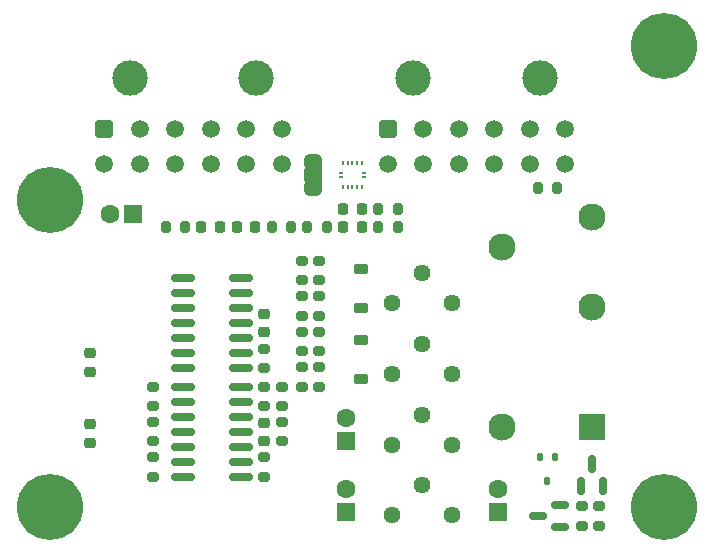
<source format=gts>
%TF.GenerationSoftware,KiCad,Pcbnew,9.0.4*%
%TF.CreationDate,2026-01-27T00:07:53+00:00*%
%TF.ProjectId,BSPD,42535044-2e6b-4696-9361-645f70636258,1.3.0*%
%TF.SameCoordinates,Original*%
%TF.FileFunction,Soldermask,Top*%
%TF.FilePolarity,Negative*%
%FSLAX46Y46*%
G04 Gerber Fmt 4.6, Leading zero omitted, Abs format (unit mm)*
G04 Created by KiCad (PCBNEW 9.0.4) date 2026-01-27 00:07:53*
%MOMM*%
%LPD*%
G01*
G04 APERTURE LIST*
G04 Aperture macros list*
%AMRoundRect*
0 Rectangle with rounded corners*
0 $1 Rounding radius*
0 $2 $3 $4 $5 $6 $7 $8 $9 X,Y pos of 4 corners*
0 Add a 4 corners polygon primitive as box body*
4,1,4,$2,$3,$4,$5,$6,$7,$8,$9,$2,$3,0*
0 Add four circle primitives for the rounded corners*
1,1,$1+$1,$2,$3*
1,1,$1+$1,$4,$5*
1,1,$1+$1,$6,$7*
1,1,$1+$1,$8,$9*
0 Add four rect primitives between the rounded corners*
20,1,$1+$1,$2,$3,$4,$5,0*
20,1,$1+$1,$4,$5,$6,$7,0*
20,1,$1+$1,$6,$7,$8,$9,0*
20,1,$1+$1,$8,$9,$2,$3,0*%
%AMFreePoly0*
4,1,23,0.550000,-0.750000,0.000000,-0.750000,0.000000,-0.745722,-0.065263,-0.745722,-0.191342,-0.711940,-0.304381,-0.646677,-0.396677,-0.554381,-0.461940,-0.441342,-0.495722,-0.315263,-0.495722,-0.250000,-0.500000,-0.250000,-0.500000,0.250000,-0.495722,0.250000,-0.495722,0.315263,-0.461940,0.441342,-0.396677,0.554381,-0.304381,0.646677,-0.191342,0.711940,-0.065263,0.745722,0.000000,0.745722,
0.000000,0.750000,0.550000,0.750000,0.550000,-0.750000,0.550000,-0.750000,$1*%
%AMFreePoly1*
4,1,23,0.000000,0.745722,0.065263,0.745722,0.191342,0.711940,0.304381,0.646677,0.396677,0.554381,0.461940,0.441342,0.495722,0.315263,0.495722,0.250000,0.500000,0.250000,0.500000,-0.250000,0.495722,-0.250000,0.495722,-0.315263,0.461940,-0.441342,0.396677,-0.554381,0.304381,-0.646677,0.191342,-0.711940,0.065263,-0.745722,0.000000,-0.745722,0.000000,-0.750000,-0.550000,-0.750000,
-0.550000,0.750000,0.000000,0.750000,0.000000,0.745722,0.000000,0.745722,$1*%
G04 Aperture macros list end*
%ADD10C,3.000000*%
%ADD11RoundRect,0.250001X-0.499999X-0.499999X0.499999X-0.499999X0.499999X0.499999X-0.499999X0.499999X0*%
%ADD12C,1.500000*%
%ADD13RoundRect,0.200000X-0.275000X0.200000X-0.275000X-0.200000X0.275000X-0.200000X0.275000X0.200000X0*%
%ADD14RoundRect,0.200000X0.275000X-0.200000X0.275000X0.200000X-0.275000X0.200000X-0.275000X-0.200000X0*%
%ADD15C,5.600000*%
%ADD16RoundRect,0.225000X0.375000X-0.225000X0.375000X0.225000X-0.375000X0.225000X-0.375000X-0.225000X0*%
%ADD17RoundRect,0.250000X0.550000X-0.550000X0.550000X0.550000X-0.550000X0.550000X-0.550000X-0.550000X0*%
%ADD18C,1.600000*%
%ADD19RoundRect,0.200000X-0.200000X-0.275000X0.200000X-0.275000X0.200000X0.275000X-0.200000X0.275000X0*%
%ADD20RoundRect,0.112500X0.112500X0.237500X-0.112500X0.237500X-0.112500X-0.237500X0.112500X-0.237500X0*%
%ADD21C,1.440000*%
%ADD22R,0.200000X0.350000*%
%ADD23R,0.350000X0.200000*%
%ADD24RoundRect,0.200000X0.200000X0.275000X-0.200000X0.275000X-0.200000X-0.275000X0.200000X-0.275000X0*%
%ADD25RoundRect,0.225000X0.225000X0.250000X-0.225000X0.250000X-0.225000X-0.250000X0.225000X-0.250000X0*%
%ADD26R,2.300000X2.300000*%
%ADD27C,2.300000*%
%ADD28RoundRect,0.225000X-0.225000X-0.250000X0.225000X-0.250000X0.225000X0.250000X-0.225000X0.250000X0*%
%ADD29RoundRect,0.218750X0.218750X0.256250X-0.218750X0.256250X-0.218750X-0.256250X0.218750X-0.256250X0*%
%ADD30RoundRect,0.150000X0.825000X0.150000X-0.825000X0.150000X-0.825000X-0.150000X0.825000X-0.150000X0*%
%ADD31RoundRect,0.218750X-0.256250X0.218750X-0.256250X-0.218750X0.256250X-0.218750X0.256250X0.218750X0*%
%ADD32RoundRect,0.150000X0.150000X-0.587500X0.150000X0.587500X-0.150000X0.587500X-0.150000X-0.587500X0*%
%ADD33RoundRect,0.225000X0.250000X-0.225000X0.250000X0.225000X-0.250000X0.225000X-0.250000X-0.225000X0*%
%ADD34RoundRect,0.150000X0.587500X0.150000X-0.587500X0.150000X-0.587500X-0.150000X0.587500X-0.150000X0*%
%ADD35RoundRect,0.250000X0.550000X0.550000X-0.550000X0.550000X-0.550000X-0.550000X0.550000X-0.550000X0*%
%ADD36FreePoly0,90.000000*%
%ADD37R,1.500000X1.000000*%
%ADD38FreePoly1,90.000000*%
G04 APERTURE END LIST*
G36*
X162050000Y-73150000D02*
G01*
X163550000Y-73150000D01*
X163550000Y-71650000D01*
X162050000Y-71650000D01*
X162050000Y-73150000D01*
G37*
D10*
X147260000Y-64165000D03*
X157960000Y-64165000D03*
D11*
X145100000Y-68485000D03*
D12*
X148100000Y-68485000D03*
X151100000Y-68485000D03*
X154100000Y-68485000D03*
X157100000Y-68485000D03*
X160100000Y-68485000D03*
X145100000Y-71485000D03*
X148100000Y-71485000D03*
X151100000Y-71485000D03*
X154100000Y-71485000D03*
X157100000Y-71485000D03*
X160100000Y-71485000D03*
D13*
X160150000Y-93325000D03*
X160150000Y-94975000D03*
D14*
X161800000Y-84325000D03*
X161800000Y-82675000D03*
D15*
X140500000Y-100500000D03*
D13*
X158650000Y-96325000D03*
X158650000Y-97975000D03*
D16*
X166800000Y-83650000D03*
X166800000Y-80350000D03*
D17*
X165550000Y-94955113D03*
D18*
X165550000Y-92955113D03*
D19*
X181775000Y-73500000D03*
X183425000Y-73500000D03*
D15*
X192500000Y-61500000D03*
D13*
X185500000Y-100475000D03*
X185500000Y-102125000D03*
D14*
X161800000Y-90325000D03*
X161800000Y-88675000D03*
D20*
X183250000Y-96300000D03*
X181950000Y-96300000D03*
X182600000Y-98300000D03*
D21*
X169460000Y-101230000D03*
X172000000Y-98690000D03*
X174540000Y-101230000D03*
D13*
X163300000Y-82675000D03*
X163300000Y-84325000D03*
X163300000Y-88675000D03*
X163300000Y-90325000D03*
D15*
X140500000Y-74500000D03*
D19*
X150275000Y-76800000D03*
X151925000Y-76800000D03*
D22*
X165300000Y-73400000D03*
X165700000Y-73400000D03*
X166100000Y-73400000D03*
X166500000Y-73400000D03*
X166900000Y-73400000D03*
D23*
X167050000Y-72600000D03*
X167050000Y-72200000D03*
D22*
X166900000Y-71400000D03*
X166500000Y-71400000D03*
X166100000Y-71400000D03*
X165700000Y-71400000D03*
X165300000Y-71400000D03*
D23*
X165150000Y-72200000D03*
X165150000Y-72600000D03*
D24*
X163925000Y-76800000D03*
X162275000Y-76800000D03*
D25*
X166875000Y-76800000D03*
X165325000Y-76800000D03*
D26*
X186400000Y-93775000D03*
D27*
X186400000Y-83615000D03*
X186400000Y-75995000D03*
X178780000Y-78535000D03*
X178780000Y-93775000D03*
D28*
X165325000Y-75300000D03*
X166875000Y-75300000D03*
D29*
X154887500Y-76800000D03*
X153312500Y-76800000D03*
D30*
X156675000Y-88760000D03*
X156675000Y-87490000D03*
X156675000Y-86220000D03*
X156675000Y-84950000D03*
X156675000Y-83680000D03*
X156675000Y-82410000D03*
X156675000Y-81140000D03*
X151725000Y-81140000D03*
X151725000Y-82410000D03*
X151725000Y-83680000D03*
X151725000Y-84950000D03*
X151725000Y-86220000D03*
X151725000Y-87490000D03*
X151725000Y-88760000D03*
D16*
X166800000Y-89650000D03*
X166800000Y-86350000D03*
D14*
X149200000Y-94975000D03*
X149200000Y-93325000D03*
D13*
X161800000Y-85675000D03*
X161800000Y-87325000D03*
D14*
X149200000Y-91975000D03*
X149200000Y-90325000D03*
D24*
X160925000Y-76800000D03*
X159275000Y-76800000D03*
D13*
X163300000Y-85675000D03*
X163300000Y-87325000D03*
D10*
X171260000Y-64165000D03*
X181960000Y-64165000D03*
D11*
X169100000Y-68485000D03*
D12*
X172100000Y-68485000D03*
X175100000Y-68485000D03*
X178100000Y-68485000D03*
X181100000Y-68485000D03*
X184100000Y-68485000D03*
X169100000Y-71485000D03*
X172100000Y-71485000D03*
X175100000Y-71485000D03*
X178100000Y-71485000D03*
X181100000Y-71485000D03*
X184100000Y-71485000D03*
D13*
X158650000Y-87125000D03*
X158650000Y-88775000D03*
X161800000Y-79675000D03*
X161800000Y-81325000D03*
D31*
X143900000Y-87493519D03*
X143900000Y-89068519D03*
D32*
X185450000Y-98737500D03*
X187350000Y-98737500D03*
X186400000Y-96862500D03*
D21*
X169460000Y-95230000D03*
X172000000Y-92690000D03*
X174540000Y-95230000D03*
D14*
X149200000Y-97975000D03*
X149200000Y-96325000D03*
D33*
X158650000Y-85725000D03*
X158650000Y-84175000D03*
D13*
X158650000Y-90325000D03*
X158650000Y-91975000D03*
D31*
X143900000Y-93512500D03*
X143900000Y-95087500D03*
D21*
X169460000Y-89230000D03*
X172000000Y-86690000D03*
X174540000Y-89230000D03*
D25*
X157875000Y-76800000D03*
X156325000Y-76800000D03*
D33*
X158650000Y-94925000D03*
X158650000Y-93375000D03*
D21*
X169460000Y-83230000D03*
X172000000Y-80690000D03*
X174540000Y-83230000D03*
D19*
X168275000Y-75300000D03*
X169925000Y-75300000D03*
D17*
X165550000Y-100955112D03*
D18*
X165550000Y-98955112D03*
D14*
X187000000Y-102125000D03*
X187000000Y-100475000D03*
D15*
X192500000Y-100500000D03*
D34*
X183687500Y-102250000D03*
X183687500Y-100350000D03*
X181812500Y-101300000D03*
D17*
X178450000Y-100955113D03*
D18*
X178450000Y-98955113D03*
D24*
X169925000Y-76800000D03*
X168275000Y-76800000D03*
D35*
X147555112Y-75700000D03*
D18*
X145555112Y-75700000D03*
D14*
X160150000Y-91975000D03*
X160150000Y-90325000D03*
D30*
X156675000Y-97960000D03*
X156675000Y-96690000D03*
X156675000Y-95420000D03*
X156675000Y-94150000D03*
X156675000Y-92880000D03*
X156675000Y-91610000D03*
X156675000Y-90340000D03*
X151725000Y-90340000D03*
X151725000Y-91610000D03*
X151725000Y-92880000D03*
X151725000Y-94150000D03*
X151725000Y-95420000D03*
X151725000Y-96690000D03*
X151725000Y-97960000D03*
D36*
X162800000Y-73700000D03*
D37*
X162800000Y-72400000D03*
D38*
X162800000Y-71100000D03*
D13*
X163300000Y-79675000D03*
X163300000Y-81325000D03*
M02*

</source>
